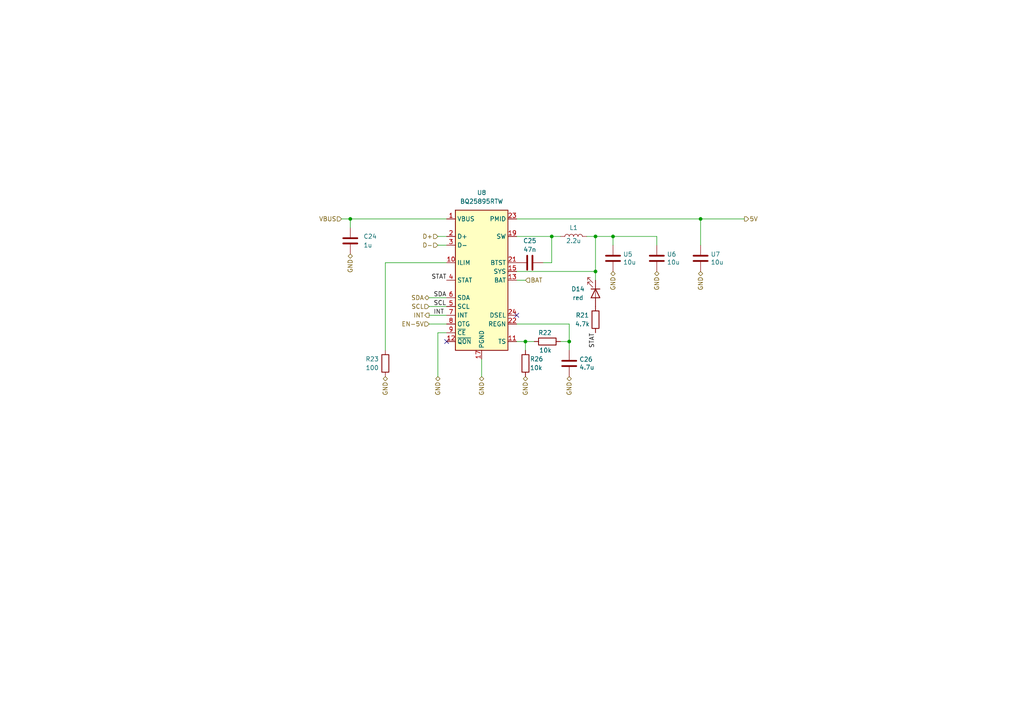
<source format=kicad_sch>
(kicad_sch (version 20230121) (generator eeschema)
  (paper "A4")
  (lib_symbols
    (symbol "Battery_Management:BQ25895RTW"
      (property "Reference" "U" (at -5.08 22.86 0))
      (property "Value" "BQ25895RTW" (at 5.08 22.86 0))
      (symbol "BQ25895RTW_0_1"
        (rectangle (start -7.62 20.32) (end 7.62 -20.32) (stroke (width 0.254)) (fill (type background)))
      )
      (symbol "BQ25895RTW_1_1"
        (pin power_in line (at -10.16 17.78 0) (length 2.54) (name "VBUS") (number "1"))
        (pin passive line (at -10.16 5.08 0) (length 2.54) (name "ILIM") (number "10"))
        (pin passive line (at 10.16 -17.78 180) (length 2.54) (name "TS") (number "11"))
        (pin input line (at -10.16 -17.78 0) (length 2.54) (name "~{QON}") (number "12"))
        (pin passive line (at 10.16 0 180) (length 2.54) (name "BAT") (number "13"))
        (pin passive line (at 10.16 0 180) (length 2.54) hide (name "BAT") (number "14"))
        (pin passive line (at 10.16 2.54 180) (length 2.54) (name "SYS") (number "15"))
        (pin passive line (at 10.16 2.54 180) (length 2.54) hide (name "SYS") (number "16"))
        (pin power_in line (at 0 -22.86 90) (length 2.54) (name "PGND") (number "17"))
        (pin passive line (at 0 -22.86 90) (length 2.54) hide (name "PGND") (number "18"))
        (pin power_out line (at 10.16 12.7 180) (length 2.54) (name "SW") (number "19"))
        (pin bidirectional line (at -10.16 12.7 0) (length 2.54) (name "D+") (number "2"))
        (pin passive line (at 10.16 12.7 180) (length 2.54) hide (name "SW") (number "20"))
        (pin passive line (at 10.16 5.08 180) (length 2.54) (name "BTST") (number "21"))
        (pin passive line (at 10.16 -12.7 180) (length 2.54) (name "REGN") (number "22"))
        (pin power_out line (at 10.16 17.78 180) (length 2.54) (name "PMID") (number "23"))
        (pin open_collector line (at 10.16 -10.16 180) (length 2.54) (name "DSEL") (number "24"))
        (pin passive line (at 0 -22.86 90) (length 2.54) hide (name "PGND") (number "25"))
        (pin bidirectional line (at -10.16 10.16 0) (length 2.54) (name "D-") (number "3"))
        (pin open_collector line (at -10.16 0 0) (length 2.54) (name "STAT") (number "4"))
        (pin input line (at -10.16 -7.62 0) (length 2.54) (name "SCL") (number "5"))
        (pin bidirectional line (at -10.16 -5.08 0) (length 2.54) (name "SDA") (number "6"))
        (pin open_collector line (at -10.16 -10.16 0) (length 2.54) (name "INT") (number "7"))
        (pin input line (at -10.16 -12.7 0) (length 2.54) (name "OTG") (number "8"))
        (pin input line (at -10.16 -15.24 0) (length 2.54) (name "~{CE}") (number "9"))
      )
    )
    (symbol "Device:C" (pin_numbers hide) (pin_names (offset 0.254))
      (property "Reference" "C" (at 0.635 2.54 0))
      (property "Value" "C" (at 0.635 -2.54 0))
      (symbol "C_0_1"
        (polyline (pts (xy -2.032 -0.762) (xy 2.032 -0.762)) (stroke (width 0.508)))
        (polyline (pts (xy -2.032 0.762) (xy 2.032 0.762)) (stroke (width 0.508)))
      )
      (symbol "C_1_1"
        (pin passive line (at 0 3.81 270) (length 2.794) (name "~") (number "1"))
        (pin passive line (at 0 -3.81 90) (length 2.794) (name "~") (number "2"))
      )
    )
    (symbol "Device:L" (pin_numbers hide) (pin_names (offset 1.016) hide)
      (property "Reference" "L" (at -1.27 0 90))
      (property "Value" "L" (at 1.905 0 90))
      (symbol "L_0_1"
        (arc (start 0 -2.54) (mid 0.6323 -1.905) (end 0 -1.27))
        (arc (start 0 -1.27) (mid 0.6323 -0.635) (end 0 0))
        (arc (start 0 0) (mid 0.6323 0.635) (end 0 1.27))
        (arc (start 0 1.27) (mid 0.6323 1.905) (end 0 2.54))
      )
      (symbol "L_1_1"
        (pin passive line (at 0 3.81 270) (length 1.27) (name "1") (number "1"))
        (pin passive line (at 0 -3.81 90) (length 1.27) (name "2") (number "2"))
      )
    )
    (symbol "Device:LED" (pin_numbers hide) (pin_names (offset 1.016) hide)
      (property "Reference" "D" (at 0 2.54 0))
      (property "Value" "LED" (at 0 -2.54 0))
      (symbol "LED_0_1"
        (polyline (pts (xy -1.27 -1.27) (xy -1.27 1.27)) (stroke (width 0.254)))
        (polyline (pts (xy -1.27 0) (xy 1.27 0)))
        (polyline (pts (xy 1.27 -1.27) (xy 1.27 1.27) (xy -1.27 0) (xy 1.27 -1.27)) (stroke (width 0.254)))
        (polyline (pts (xy -3.048 -0.762) (xy -4.572 -2.286) (xy -3.81 -2.286) (xy -4.572 -2.286) (xy -4.572 -1.524)))
        (polyline (pts (xy -1.778 -0.762) (xy -3.302 -2.286) (xy -2.54 -2.286) (xy -3.302 -2.286) (xy -3.302 -1.524)))
      )
      (symbol "LED_1_1"
        (pin passive line (at -3.81 0 0) (length 2.54) (name "K") (number "1"))
        (pin passive line (at 3.81 0 180) (length 2.54) (name "A") (number "2"))
      )
    )
    (symbol "Device:R" (pin_numbers hide) (pin_names (offset 0))
      (property "Reference" "R" (at 2.032 0 90))
      (property "Value" "R" (at 0 0 90))
      (symbol "R_0_1"
        (rectangle (start -1.016 -2.54) (end 1.016 2.54) (stroke (width 0.254)))
      )
      (symbol "R_1_1"
        (pin passive line (at 0 3.81 270) (length 1.27) (name "~") (number "1"))
        (pin passive line (at 0 -3.81 90) (length 1.27) (name "~") (number "2"))
      )
    )
  )
  (junction (at 203.2 63.5))
  (junction (at 177.8 68.58))
  (junction (at 152.4 99.06))
  (junction (at 101.6 63.5))
  (junction (at 172.72 78.74))
  (junction (at 172.72 68.58))
  (junction (at 165.1 99.06))
  (junction (at 160.02 68.58))
  (no_connect (at 129.54 99.06))
  (no_connect (at 149.86 91.44))
  (wire (pts (xy 157.48 76.2) (xy 160.02 76.2)))
  (wire (pts (xy 172.72 68.58) (xy 177.8 68.58)))
  (wire (pts (xy 127 96.52) (xy 127 109.22)))
  (wire (pts (xy 111.76 76.2) (xy 111.76 101.6)))
  (wire (pts (xy 203.2 63.5) (xy 203.2 71.12)))
  (wire (pts (xy 124.46 86.36) (xy 129.54 86.36)))
  (wire (pts (xy 101.6 63.5) (xy 129.54 63.5)))
  (wire (pts (xy 165.1 99.06) (xy 165.1 93.98)))
  (wire (pts (xy 165.1 93.98) (xy 149.86 93.98)))
  (wire (pts (xy 149.86 68.58) (xy 160.02 68.58)))
  (wire (pts (xy 160.02 76.2) (xy 160.02 68.58)))
  (wire (pts (xy 190.5 68.58) (xy 190.5 71.12)))
  (wire (pts (xy 139.7 109.22) (xy 139.7 104.14)))
  (wire (pts (xy 99.06 63.5) (xy 101.6 63.5)))
  (wire (pts (xy 203.2 63.5) (xy 215.9 63.5)))
  (wire (pts (xy 127 71.12) (xy 129.54 71.12)))
  (wire (pts (xy 101.6 63.5) (xy 101.6 66.04)))
  (wire (pts (xy 160.02 68.58) (xy 162.56 68.58)))
  (wire (pts (xy 149.86 78.74) (xy 172.72 78.74)))
  (wire (pts (xy 152.4 101.6) (xy 152.4 99.06)))
  (wire (pts (xy 165.1 101.6) (xy 165.1 99.06)))
  (wire (pts (xy 124.46 88.9) (xy 129.54 88.9)))
  (wire (pts (xy 111.76 76.2) (xy 129.54 76.2)))
  (wire (pts (xy 172.72 78.74) (xy 172.72 81.28)))
  (wire (pts (xy 170.18 68.58) (xy 172.72 68.58)))
  (wire (pts (xy 172.72 78.74) (xy 172.72 68.58)))
  (wire (pts (xy 177.8 68.58) (xy 177.8 71.12)))
  (wire (pts (xy 152.4 99.06) (xy 154.94 99.06)))
  (wire (pts (xy 124.46 93.98) (xy 129.54 93.98)))
  (wire (pts (xy 127 68.58) (xy 129.54 68.58)))
  (wire (pts (xy 177.8 68.58) (xy 190.5 68.58)))
  (wire (pts (xy 203.2 63.5) (xy 149.86 63.5)))
  (wire (pts (xy 149.86 81.28) (xy 152.4 81.28)))
  (wire (pts (xy 127 96.52) (xy 129.54 96.52)))
  (wire (pts (xy 152.4 99.06) (xy 149.86 99.06)))
  (wire (pts (xy 162.56 99.06) (xy 165.1 99.06)))
  (wire (pts (xy 124.46 91.44) (xy 129.54 91.44)))
  (label "STAT" (at 172.72 96.52 270))
  (label "INT" (at 125.73 91.44 0))
  (label "SDA" (at 125.73 86.36 0))
  (label "SCL" (at 125.73 88.9 0))
  (label "STAT" (at 129.54 81.28 180))
  (hierarchical_label "SDA" (shape bidirectional) (at 124.46 86.36 180))
  (hierarchical_label "5V" (shape output) (at 215.9 63.5 0))
  (hierarchical_label "GND" (shape bidirectional) (at 101.6 73.66 270))
  (hierarchical_label "BAT" (shape input) (at 152.4 81.28 0))
  (hierarchical_label "D+" (shape input) (at 127 68.58 180))
  (hierarchical_label "GND" (shape bidirectional) (at 152.4 109.22 270))
  (hierarchical_label "INT" (shape output) (at 124.46 91.44 180))
  (hierarchical_label "EN-5V" (shape input) (at 124.46 93.98 180))
  (hierarchical_label "GND" (shape bidirectional) (at 127 109.22 270))
  (hierarchical_label "GND" (shape bidirectional) (at 203.2 78.74 270))
  (hierarchical_label "GND" (shape bidirectional) (at 111.76 109.22 270))
  (hierarchical_label "GND" (shape bidirectional) (at 177.8 78.74 270))
  (hierarchical_label "GND" (shape bidirectional) (at 139.7 109.22 270))
  (hierarchical_label "SCL" (shape input) (at 124.46 88.9 180))
  (hierarchical_label "GND" (shape bidirectional) (at 190.5 78.74 270))
  (hierarchical_label "D-" (shape input) (at 127 71.12 180))
  (hierarchical_label "GND" (shape bidirectional) (at 165.1 109.22 270))
  (hierarchical_label "VBUS" (shape input) (at 99.06 63.5 180))
  (symbol (lib_id "Device:R") (at 172.72 92.71 180) (unit 1)
    (property "Reference" "R21" (at 168.91 91.44 0))
    (property "Value" "4.7k" (at 168.91 93.98 0))
    (property "Footprint" "Resistor_SMD:R_0402_1005Metric" (effects hide))
    (property "LCSC" "C25900" (effects hide))
    (property "Basic/Extended" "B" (effects hide))
    (instances (project "Watch" (path "" (reference "R21") (unit 1))) (project "ZakladniElektronika" (path "" (reference "R13") (unit 1)) (path "" (reference "R18") (unit 1))) (project "RB3203" (path "" (reference "R?") (unit 1))))
  )
  (symbol (lib_id "Device:C") (at 101.6 69.85 0) (unit 1)
    (property "Reference" "C24" (at 105.41 68.58 0) (effects (justify left)))
    (property "Value" "1u" (at 105.41 71.12 0) (effects (justify left)))
    (property "Footprint" "Capacitor_SMD:C_0402_1005Metric" (effects hide))
    (property "LCSC" "C1518208" (effects hide))
    (property "info" "50V, X5R (potenciálně C52923 což je 25V, X5R )" (effects hide))
    (property "Basic/Extended" "E" (effects hide))
    (property "JLCPCB_CORRECTION" "0;0;0" (effects hide))
    (instances (project "Watch" (path "" (reference "C24") (unit 1))) (project "ZakladniElektronika" (path "" (reference "C3") (unit 1)) (path "" (reference "C166") (unit 1))))
  )
  (symbol (lib_id "Device:C") (at 177.8 74.93 0) (unit 1)
    (property "Reference" "U5" (at 180.721 73.7616 0) (effects (justify left)))
    (property "Value" "10u" (at 180.721 76.073 0) (effects (justify left)))
    (property "Footprint" "Capacitor_SMD:C_0603_1608Metric" (effects hide))
    (property "LCSC" "C96446" (effects hide))
    (property "Basic/Extended" "B" (effects hide))
    (property "info" "25V, X5R" (effects hide))
    (instances (project "Watch" (path "" (reference "U5") (unit 1))) (project "ZakladniElektronika" (path "" (reference "U5") (unit 1)) (path "" (reference "C145") (unit 1))) (project "RB3203" (path "" (reference "U?") (unit 1))))
  )
  (symbol (lib_id "Device:R") (at 111.76 105.41 0) (unit 1)
    (property "Reference" "R23" (at 107.95 104.14 0))
    (property "Value" "100" (at 107.95 106.68 0))
    (property "Footprint" "Resistor_SMD:R_0402_1005Metric" (effects hide))
    (property "LCSC" "C25076" (effects hide))
    (property "Basic/Extended" "B" (effects hide))
    (instances (project "Watch" (path "" (reference "R23") (unit 1))) (project "ZakladniElektronika" (path "" (reference "R72") (unit 1))))
  )
  (symbol (lib_id "Device:C") (at 165.1 105.41 0) (unit 1)
    (property "Reference" "C26" (at 168.021 104.2416 0) (effects (justify left)))
    (property "Value" "4.7u" (at 168.021 106.553 0) (effects (justify left)))
    (property "Footprint" "Capacitor_SMD:C_0603_1608Metric" (effects hide))
    (property "LCSC" "C19666" (effects hide))
    (property "Basic/Extended" "B" (effects hide))
    (property "info" "16V, X5R" (effects hide))
    (instances (project "Watch" (path "" (reference "C26") (unit 1))) (project "ZakladniElektronika" (path "" (reference "C150") (unit 1)) (path "" (reference "C164") (unit 1))) (project "RB3203" (path "" (reference "U?") (unit 1))))
  )
  (symbol (lib_id "Device:C") (at 153.67 76.2 270) (mirror x) (unit 1)
    (property "Reference" "C25" (at 153.67 69.85 90))
    (property "Value" "47n" (at 153.67 72.39 90))
    (property "Footprint" "Capacitor_SMD:C_0603_1608Metric" (effects hide))
    (property "Basic/Extended" "B" (effects hide))
    (property "LCSC" "C1622" (effects hide))
    (property "info" "50V, X7R" (effects hide))
    (instances (project "Watch" (path "" (reference "C25") (unit 1))) (project "ZakladniElektronika" (path "" (reference "C165") (unit 1))))
  )
  (symbol (lib_id "Device:LED") (at 172.72 85.09 270) (unit 1)
    (property "Reference" "D14" (at 167.64 83.82 90))
    (property "Value" "red" (at 167.64 86.36 90))
    (property "Footprint" "LED_SMD:LED_0603_1608Metric" (effects hide))
    (property "LCSC" "C2286" (effects hide))
    (property "Basic/Extended" "B" (effects hide))
    (instances (project "Watch" (path "" (reference "D14") (unit 1))) (project "ZakladniElektronika" (path "" (reference "D126") (unit 1)) (path "" (reference "LED5") (unit 1))) (project "RB3203" (path "" (reference "D?") (unit 1))))
  )
  (symbol (lib_id "Device:C") (at 203.2 74.93 0) (unit 1)
    (property "Reference" "U7" (at 206.121 73.7616 0) (effects (justify left)))
    (property "Value" "10u" (at 206.121 76.073 0) (effects (justify left)))
    (property "Footprint" "Capacitor_SMD:C_0603_1608Metric" (effects hide))
    (property "LCSC" "C96446" (effects hide))
    (property "Basic/Extended" "B" (effects hide))
    (property "info" "25V, X5R" (effects hide))
    (instances (project "Watch" (path "" (reference "U7") (unit 1))) (project "ZakladniElektronika" (path "" (reference "U5") (unit 1)) (path "" (reference "C147") (unit 1))) (project "RB3203" (path "" (reference "U?") (unit 1))))
  )
  (symbol (lib_id "Device:C") (at 190.5 74.93 0) (unit 1)
    (property "Reference" "U6" (at 193.421 73.7616 0) (effects (justify left)))
    (property "Value" "10u" (at 193.421 76.073 0) (effects (justify left)))
    (property "Footprint" "Capacitor_SMD:C_0603_1608Metric" (effects hide))
    (property "LCSC" "C96446" (effects hide))
    (property "Basic/Extended" "B" (effects hide))
    (property "info" "25V, X5R" (effects hide))
    (instances (project "Watch" (path "" (reference "U6") (unit 1))) (project "ZakladniElektronika" (path "" (reference "U5") (unit 1)) (path "" (reference "C146") (unit 1))) (project "RB3203" (path "" (reference "U?") (unit 1))))
  )
  (symbol (lib_id "Device:L") (at 166.37 68.58 90) (unit 1)
    (property "Reference" "L1" (at 166.37 66.04 90))
    (property "Value" "2.2u" (at 166.37 69.85 90))
    (property "Footprint" "Inductor_SMD:L_Abracon_ASPI-0630LR" (effects hide))
    (property "LCSC" "C5307644" (effects hide))
    (property "Basic/Extended" "E" (effects hide))
    (instances (project "Watch" (path "" (reference "L1") (unit 1))) (project "ZakladniElektronika" (path "" (reference "L7") (unit 1))))
  )
  (symbol (lib_id "Battery_Management:BQ25895RTW") (at 139.7 81.28 0) (unit 1)
    (property "Reference" "U8" (at 139.7 55.88 0))
    (property "Value" "BQ25895RTW" (at 139.7 58.42 0))
    (property "Footprint" "Package_DFN_QFN:Texas_S-PWQFN-N24_EP2.7x2.7mm_ThermalVias" (effects hide))
    (property "Datasheet" "http://www.ti.com/lit/ds/symlink/bq25895.pdf" (effects hide))
    (property "LCSC" "C80200" (effects hide))
    (property "Basic/Extended" "E" (effects hide))
    (instances (project "Watch" (path "" (reference "U8") (unit 1))) (project "ZakladniElektronika" (path "" (reference "U9") (unit 1))))
  )
  (symbol (lib_id "Device:R") (at 152.4 105.41 0) (unit 1)
    (property "Reference" "R26" (at 153.67 104.14 0) (effects (justify left)))
    (property "Value" "10k" (at 153.67 106.68 0) (effects (justify left)))
    (property "Footprint" "Resistor_SMD:R_0402_1005Metric" (effects hide))
    (property "LCSC" "C25744" (effects hide))
    (property "Basic/Extended" "B" (effects hide))
    (property "JLCPCB_CORRECTION" "0;0;0" (effects hide))
    (instances (project "Watch" (path "" (reference "R26") (unit 1))) (project "ZakladniElektronika" (path "" (reference "R13") (unit 1)) (path "" (reference "R19") (unit 1))) (project "RB3203" (path "" (reference "R?") (unit 1))))
  )
  (symbol (lib_id "Device:R") (at 158.75 99.06 90) (unit 1)
    (property "Reference" "R22" (at 160.02 96.52 90) (effects (justify left)))
    (property "Value" "10k" (at 160.02 101.6 90) (effects (justify left)))
    (property "Footprint" "Resistor_SMD:R_0402_1005Metric" (effects hide))
    (property "LCSC" "C25744" (effects hide))
    (property "Basic/Extended" "B" (effects hide))
    (property "JLCPCB_CORRECTION" "0;0;0" (effects hide))
    (instances (project "Watch" (path "" (reference "R22") (unit 1))) (project "ZakladniElektronika" (path "" (reference "R13") (unit 1)) (path "" (reference "R20") (unit 1))) (project "RB3203" (path "" (reference "R?") (unit 1))))
  )
)
</source>
